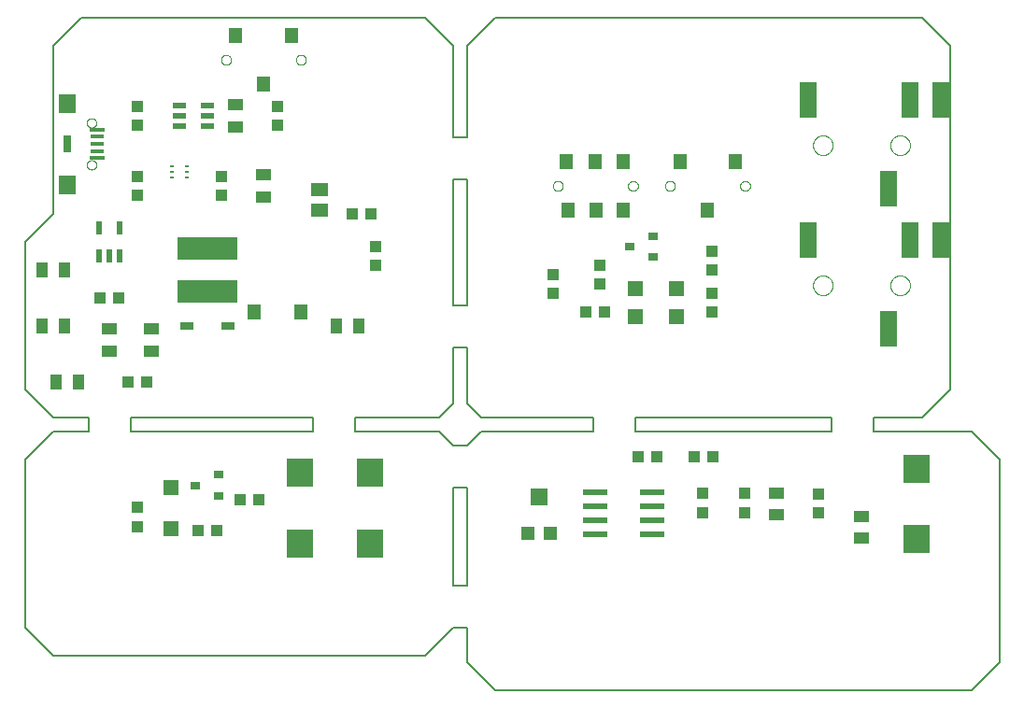
<source format=gtp>
G75*
%MOIN*%
%OFA0B0*%
%FSLAX25Y25*%
%IPPOS*%
%LPD*%
%AMOC8*
5,1,8,0,0,1.08239X$1,22.5*
%
%ADD10C,0.00600*%
%ADD11R,0.09449X0.10236*%
%ADD12R,0.05512X0.04331*%
%ADD13R,0.05512X0.05512*%
%ADD14R,0.04724X0.02756*%
%ADD15R,0.08661X0.02362*%
%ADD16R,0.04724X0.05512*%
%ADD17C,0.00000*%
%ADD18R,0.03543X0.03150*%
%ADD19R,0.04331X0.03937*%
%ADD20R,0.03937X0.04331*%
%ADD21R,0.05906X0.05118*%
%ADD22R,0.05906X0.06299*%
%ADD23R,0.04724X0.04724*%
%ADD24R,0.06000X0.12500*%
%ADD25R,0.05000X0.05787*%
%ADD26R,0.21654X0.08465*%
%ADD27R,0.05709X0.01575*%
%ADD28R,0.05906X0.07087*%
%ADD29R,0.02756X0.05906*%
%ADD30R,0.04921X0.01181*%
%ADD31R,0.04724X0.02165*%
%ADD32R,0.01575X0.00984*%
%ADD33R,0.04331X0.05512*%
%ADD34R,0.02165X0.04724*%
D10*
X0018800Y0024459D02*
X0008800Y0034459D01*
X0008800Y0094459D01*
X0018800Y0104459D01*
X0031300Y0104459D01*
X0031300Y0109459D01*
X0018800Y0109459D01*
X0008800Y0119459D01*
X0008800Y0171959D01*
X0018800Y0181959D01*
X0018800Y0241959D01*
X0028800Y0251959D01*
X0151300Y0251959D01*
X0161300Y0241959D01*
X0161300Y0209459D01*
X0166300Y0209459D01*
X0166300Y0241959D01*
X0176300Y0251959D01*
X0328800Y0251959D01*
X0338800Y0241959D01*
X0338800Y0119459D01*
X0328800Y0109459D01*
X0311300Y0109459D01*
X0311300Y0104459D01*
X0346300Y0104459D01*
X0356300Y0094459D01*
X0356300Y0021959D01*
X0346300Y0011959D01*
X0176300Y0011959D01*
X0166300Y0021959D01*
X0166300Y0034459D01*
X0161300Y0034459D01*
X0151300Y0024459D01*
X0018800Y0024459D01*
X0046300Y0104459D02*
X0111300Y0104459D01*
X0111300Y0109459D01*
X0046300Y0109459D01*
X0046300Y0104459D01*
X0126300Y0104459D02*
X0156300Y0104459D01*
X0161300Y0099459D01*
X0166300Y0099459D01*
X0171300Y0104459D01*
X0211300Y0104459D01*
X0211300Y0109459D01*
X0171300Y0109459D01*
X0166300Y0114459D01*
X0166300Y0134459D01*
X0161300Y0134459D01*
X0161300Y0114459D01*
X0156300Y0109459D01*
X0126300Y0109459D01*
X0126300Y0104459D01*
X0161300Y0084459D02*
X0161300Y0049459D01*
X0166300Y0049459D01*
X0166300Y0084459D01*
X0161300Y0084459D01*
X0226300Y0104459D02*
X0296300Y0104459D01*
X0296300Y0109459D01*
X0226300Y0109459D01*
X0226300Y0104459D01*
X0166300Y0149459D02*
X0161300Y0149459D01*
X0161300Y0194459D01*
X0166300Y0194459D01*
X0166300Y0149459D01*
D11*
X0131950Y0089557D03*
X0106950Y0089557D03*
X0106950Y0064360D03*
X0131950Y0064360D03*
X0326950Y0065935D03*
X0326950Y0091132D03*
D12*
X0307225Y0074045D03*
X0307225Y0066171D03*
X0276950Y0074596D03*
X0276950Y0082470D03*
X0093800Y0188022D03*
X0093800Y0195896D03*
X0083800Y0213022D03*
X0083800Y0220896D03*
X0053800Y0140896D03*
X0053800Y0133022D03*
X0038800Y0133022D03*
X0038800Y0140896D03*
D13*
X0060650Y0084439D03*
X0060650Y0069478D03*
X0226320Y0145384D03*
X0226320Y0155384D03*
X0241280Y0155384D03*
X0241280Y0145384D03*
D14*
X0081083Y0141959D03*
X0066517Y0141959D03*
D15*
X0211989Y0082608D03*
X0211989Y0077608D03*
X0211989Y0072608D03*
X0211989Y0067608D03*
X0232461Y0067608D03*
X0232461Y0072608D03*
X0232461Y0077608D03*
X0232461Y0082608D03*
D16*
X0222068Y0183297D03*
X0212422Y0183415D03*
X0202383Y0183297D03*
X0201871Y0200620D03*
X0212225Y0200620D03*
X0222107Y0200620D03*
X0242383Y0200620D03*
X0262068Y0200620D03*
X0252225Y0183297D03*
X0103643Y0245620D03*
X0083957Y0245620D03*
X0093800Y0228297D03*
D17*
X0078642Y0236959D02*
X0078644Y0237043D01*
X0078650Y0237126D01*
X0078660Y0237209D01*
X0078674Y0237292D01*
X0078691Y0237374D01*
X0078713Y0237455D01*
X0078738Y0237534D01*
X0078767Y0237613D01*
X0078800Y0237690D01*
X0078836Y0237765D01*
X0078876Y0237839D01*
X0078919Y0237911D01*
X0078966Y0237980D01*
X0079016Y0238047D01*
X0079069Y0238112D01*
X0079125Y0238174D01*
X0079183Y0238234D01*
X0079245Y0238291D01*
X0079309Y0238344D01*
X0079376Y0238395D01*
X0079445Y0238442D01*
X0079516Y0238487D01*
X0079589Y0238527D01*
X0079664Y0238564D01*
X0079741Y0238598D01*
X0079819Y0238628D01*
X0079898Y0238654D01*
X0079979Y0238677D01*
X0080061Y0238695D01*
X0080143Y0238710D01*
X0080226Y0238721D01*
X0080309Y0238728D01*
X0080393Y0238731D01*
X0080477Y0238730D01*
X0080560Y0238725D01*
X0080644Y0238716D01*
X0080726Y0238703D01*
X0080808Y0238687D01*
X0080889Y0238666D01*
X0080970Y0238642D01*
X0081048Y0238614D01*
X0081126Y0238582D01*
X0081202Y0238546D01*
X0081276Y0238507D01*
X0081348Y0238465D01*
X0081418Y0238419D01*
X0081486Y0238370D01*
X0081551Y0238318D01*
X0081614Y0238263D01*
X0081674Y0238205D01*
X0081732Y0238144D01*
X0081786Y0238080D01*
X0081838Y0238014D01*
X0081886Y0237946D01*
X0081931Y0237875D01*
X0081972Y0237802D01*
X0082011Y0237728D01*
X0082045Y0237652D01*
X0082076Y0237574D01*
X0082103Y0237495D01*
X0082127Y0237414D01*
X0082146Y0237333D01*
X0082162Y0237251D01*
X0082174Y0237168D01*
X0082182Y0237084D01*
X0082186Y0237001D01*
X0082186Y0236917D01*
X0082182Y0236834D01*
X0082174Y0236750D01*
X0082162Y0236667D01*
X0082146Y0236585D01*
X0082127Y0236504D01*
X0082103Y0236423D01*
X0082076Y0236344D01*
X0082045Y0236266D01*
X0082011Y0236190D01*
X0081972Y0236116D01*
X0081931Y0236043D01*
X0081886Y0235972D01*
X0081838Y0235904D01*
X0081786Y0235838D01*
X0081732Y0235774D01*
X0081674Y0235713D01*
X0081614Y0235655D01*
X0081551Y0235600D01*
X0081486Y0235548D01*
X0081418Y0235499D01*
X0081348Y0235453D01*
X0081276Y0235411D01*
X0081202Y0235372D01*
X0081126Y0235336D01*
X0081048Y0235304D01*
X0080970Y0235276D01*
X0080889Y0235252D01*
X0080808Y0235231D01*
X0080726Y0235215D01*
X0080644Y0235202D01*
X0080560Y0235193D01*
X0080477Y0235188D01*
X0080393Y0235187D01*
X0080309Y0235190D01*
X0080226Y0235197D01*
X0080143Y0235208D01*
X0080061Y0235223D01*
X0079979Y0235241D01*
X0079898Y0235264D01*
X0079819Y0235290D01*
X0079741Y0235320D01*
X0079664Y0235354D01*
X0079589Y0235391D01*
X0079516Y0235431D01*
X0079445Y0235476D01*
X0079376Y0235523D01*
X0079309Y0235574D01*
X0079245Y0235627D01*
X0079183Y0235684D01*
X0079125Y0235744D01*
X0079069Y0235806D01*
X0079016Y0235871D01*
X0078966Y0235938D01*
X0078919Y0236007D01*
X0078876Y0236079D01*
X0078836Y0236153D01*
X0078800Y0236228D01*
X0078767Y0236305D01*
X0078738Y0236384D01*
X0078713Y0236463D01*
X0078691Y0236544D01*
X0078674Y0236626D01*
X0078660Y0236709D01*
X0078650Y0236792D01*
X0078644Y0236875D01*
X0078642Y0236959D01*
X0105414Y0236959D02*
X0105416Y0237043D01*
X0105422Y0237126D01*
X0105432Y0237209D01*
X0105446Y0237292D01*
X0105463Y0237374D01*
X0105485Y0237455D01*
X0105510Y0237534D01*
X0105539Y0237613D01*
X0105572Y0237690D01*
X0105608Y0237765D01*
X0105648Y0237839D01*
X0105691Y0237911D01*
X0105738Y0237980D01*
X0105788Y0238047D01*
X0105841Y0238112D01*
X0105897Y0238174D01*
X0105955Y0238234D01*
X0106017Y0238291D01*
X0106081Y0238344D01*
X0106148Y0238395D01*
X0106217Y0238442D01*
X0106288Y0238487D01*
X0106361Y0238527D01*
X0106436Y0238564D01*
X0106513Y0238598D01*
X0106591Y0238628D01*
X0106670Y0238654D01*
X0106751Y0238677D01*
X0106833Y0238695D01*
X0106915Y0238710D01*
X0106998Y0238721D01*
X0107081Y0238728D01*
X0107165Y0238731D01*
X0107249Y0238730D01*
X0107332Y0238725D01*
X0107416Y0238716D01*
X0107498Y0238703D01*
X0107580Y0238687D01*
X0107661Y0238666D01*
X0107742Y0238642D01*
X0107820Y0238614D01*
X0107898Y0238582D01*
X0107974Y0238546D01*
X0108048Y0238507D01*
X0108120Y0238465D01*
X0108190Y0238419D01*
X0108258Y0238370D01*
X0108323Y0238318D01*
X0108386Y0238263D01*
X0108446Y0238205D01*
X0108504Y0238144D01*
X0108558Y0238080D01*
X0108610Y0238014D01*
X0108658Y0237946D01*
X0108703Y0237875D01*
X0108744Y0237802D01*
X0108783Y0237728D01*
X0108817Y0237652D01*
X0108848Y0237574D01*
X0108875Y0237495D01*
X0108899Y0237414D01*
X0108918Y0237333D01*
X0108934Y0237251D01*
X0108946Y0237168D01*
X0108954Y0237084D01*
X0108958Y0237001D01*
X0108958Y0236917D01*
X0108954Y0236834D01*
X0108946Y0236750D01*
X0108934Y0236667D01*
X0108918Y0236585D01*
X0108899Y0236504D01*
X0108875Y0236423D01*
X0108848Y0236344D01*
X0108817Y0236266D01*
X0108783Y0236190D01*
X0108744Y0236116D01*
X0108703Y0236043D01*
X0108658Y0235972D01*
X0108610Y0235904D01*
X0108558Y0235838D01*
X0108504Y0235774D01*
X0108446Y0235713D01*
X0108386Y0235655D01*
X0108323Y0235600D01*
X0108258Y0235548D01*
X0108190Y0235499D01*
X0108120Y0235453D01*
X0108048Y0235411D01*
X0107974Y0235372D01*
X0107898Y0235336D01*
X0107820Y0235304D01*
X0107742Y0235276D01*
X0107661Y0235252D01*
X0107580Y0235231D01*
X0107498Y0235215D01*
X0107416Y0235202D01*
X0107332Y0235193D01*
X0107249Y0235188D01*
X0107165Y0235187D01*
X0107081Y0235190D01*
X0106998Y0235197D01*
X0106915Y0235208D01*
X0106833Y0235223D01*
X0106751Y0235241D01*
X0106670Y0235264D01*
X0106591Y0235290D01*
X0106513Y0235320D01*
X0106436Y0235354D01*
X0106361Y0235391D01*
X0106288Y0235431D01*
X0106217Y0235476D01*
X0106148Y0235523D01*
X0106081Y0235574D01*
X0106017Y0235627D01*
X0105955Y0235684D01*
X0105897Y0235744D01*
X0105841Y0235806D01*
X0105788Y0235871D01*
X0105738Y0235938D01*
X0105691Y0236007D01*
X0105648Y0236079D01*
X0105608Y0236153D01*
X0105572Y0236228D01*
X0105539Y0236305D01*
X0105510Y0236384D01*
X0105485Y0236463D01*
X0105463Y0236544D01*
X0105446Y0236626D01*
X0105432Y0236709D01*
X0105422Y0236792D01*
X0105416Y0236875D01*
X0105414Y0236959D01*
X0030788Y0214439D02*
X0030790Y0214520D01*
X0030796Y0214602D01*
X0030806Y0214683D01*
X0030820Y0214763D01*
X0030837Y0214842D01*
X0030859Y0214921D01*
X0030884Y0214998D01*
X0030913Y0215075D01*
X0030946Y0215149D01*
X0030983Y0215222D01*
X0031022Y0215293D01*
X0031066Y0215362D01*
X0031112Y0215429D01*
X0031162Y0215493D01*
X0031215Y0215555D01*
X0031271Y0215615D01*
X0031329Y0215671D01*
X0031391Y0215725D01*
X0031455Y0215776D01*
X0031521Y0215823D01*
X0031589Y0215867D01*
X0031660Y0215908D01*
X0031732Y0215945D01*
X0031807Y0215979D01*
X0031882Y0216009D01*
X0031960Y0216035D01*
X0032038Y0216058D01*
X0032117Y0216076D01*
X0032197Y0216091D01*
X0032278Y0216102D01*
X0032359Y0216109D01*
X0032441Y0216112D01*
X0032522Y0216111D01*
X0032603Y0216106D01*
X0032684Y0216097D01*
X0032765Y0216084D01*
X0032845Y0216067D01*
X0032923Y0216047D01*
X0033001Y0216022D01*
X0033078Y0215994D01*
X0033153Y0215962D01*
X0033226Y0215927D01*
X0033297Y0215888D01*
X0033367Y0215845D01*
X0033434Y0215800D01*
X0033500Y0215751D01*
X0033562Y0215699D01*
X0033622Y0215643D01*
X0033679Y0215585D01*
X0033734Y0215525D01*
X0033785Y0215461D01*
X0033833Y0215396D01*
X0033878Y0215328D01*
X0033920Y0215258D01*
X0033958Y0215186D01*
X0033993Y0215112D01*
X0034024Y0215037D01*
X0034051Y0214960D01*
X0034074Y0214882D01*
X0034094Y0214803D01*
X0034110Y0214723D01*
X0034122Y0214642D01*
X0034130Y0214561D01*
X0034134Y0214480D01*
X0034134Y0214398D01*
X0034130Y0214317D01*
X0034122Y0214236D01*
X0034110Y0214155D01*
X0034094Y0214075D01*
X0034074Y0213996D01*
X0034051Y0213918D01*
X0034024Y0213841D01*
X0033993Y0213766D01*
X0033958Y0213692D01*
X0033920Y0213620D01*
X0033878Y0213550D01*
X0033833Y0213482D01*
X0033785Y0213417D01*
X0033734Y0213353D01*
X0033679Y0213293D01*
X0033622Y0213235D01*
X0033562Y0213179D01*
X0033500Y0213127D01*
X0033434Y0213078D01*
X0033367Y0213033D01*
X0033298Y0212990D01*
X0033226Y0212951D01*
X0033153Y0212916D01*
X0033078Y0212884D01*
X0033001Y0212856D01*
X0032923Y0212831D01*
X0032845Y0212811D01*
X0032765Y0212794D01*
X0032684Y0212781D01*
X0032603Y0212772D01*
X0032522Y0212767D01*
X0032441Y0212766D01*
X0032359Y0212769D01*
X0032278Y0212776D01*
X0032197Y0212787D01*
X0032117Y0212802D01*
X0032038Y0212820D01*
X0031960Y0212843D01*
X0031882Y0212869D01*
X0031807Y0212899D01*
X0031732Y0212933D01*
X0031660Y0212970D01*
X0031589Y0213011D01*
X0031521Y0213055D01*
X0031455Y0213102D01*
X0031391Y0213153D01*
X0031329Y0213207D01*
X0031271Y0213263D01*
X0031215Y0213323D01*
X0031162Y0213385D01*
X0031112Y0213449D01*
X0031066Y0213516D01*
X0031022Y0213585D01*
X0030983Y0213656D01*
X0030946Y0213729D01*
X0030913Y0213803D01*
X0030884Y0213880D01*
X0030859Y0213957D01*
X0030837Y0214036D01*
X0030820Y0214115D01*
X0030806Y0214195D01*
X0030796Y0214276D01*
X0030790Y0214358D01*
X0030788Y0214439D01*
X0030788Y0199478D02*
X0030790Y0199559D01*
X0030796Y0199641D01*
X0030806Y0199722D01*
X0030820Y0199802D01*
X0030837Y0199881D01*
X0030859Y0199960D01*
X0030884Y0200037D01*
X0030913Y0200114D01*
X0030946Y0200188D01*
X0030983Y0200261D01*
X0031022Y0200332D01*
X0031066Y0200401D01*
X0031112Y0200468D01*
X0031162Y0200532D01*
X0031215Y0200594D01*
X0031271Y0200654D01*
X0031329Y0200710D01*
X0031391Y0200764D01*
X0031455Y0200815D01*
X0031521Y0200862D01*
X0031589Y0200906D01*
X0031660Y0200947D01*
X0031732Y0200984D01*
X0031807Y0201018D01*
X0031882Y0201048D01*
X0031960Y0201074D01*
X0032038Y0201097D01*
X0032117Y0201115D01*
X0032197Y0201130D01*
X0032278Y0201141D01*
X0032359Y0201148D01*
X0032441Y0201151D01*
X0032522Y0201150D01*
X0032603Y0201145D01*
X0032684Y0201136D01*
X0032765Y0201123D01*
X0032845Y0201106D01*
X0032923Y0201086D01*
X0033001Y0201061D01*
X0033078Y0201033D01*
X0033153Y0201001D01*
X0033226Y0200966D01*
X0033297Y0200927D01*
X0033367Y0200884D01*
X0033434Y0200839D01*
X0033500Y0200790D01*
X0033562Y0200738D01*
X0033622Y0200682D01*
X0033679Y0200624D01*
X0033734Y0200564D01*
X0033785Y0200500D01*
X0033833Y0200435D01*
X0033878Y0200367D01*
X0033920Y0200297D01*
X0033958Y0200225D01*
X0033993Y0200151D01*
X0034024Y0200076D01*
X0034051Y0199999D01*
X0034074Y0199921D01*
X0034094Y0199842D01*
X0034110Y0199762D01*
X0034122Y0199681D01*
X0034130Y0199600D01*
X0034134Y0199519D01*
X0034134Y0199437D01*
X0034130Y0199356D01*
X0034122Y0199275D01*
X0034110Y0199194D01*
X0034094Y0199114D01*
X0034074Y0199035D01*
X0034051Y0198957D01*
X0034024Y0198880D01*
X0033993Y0198805D01*
X0033958Y0198731D01*
X0033920Y0198659D01*
X0033878Y0198589D01*
X0033833Y0198521D01*
X0033785Y0198456D01*
X0033734Y0198392D01*
X0033679Y0198332D01*
X0033622Y0198274D01*
X0033562Y0198218D01*
X0033500Y0198166D01*
X0033434Y0198117D01*
X0033367Y0198072D01*
X0033298Y0198029D01*
X0033226Y0197990D01*
X0033153Y0197955D01*
X0033078Y0197923D01*
X0033001Y0197895D01*
X0032923Y0197870D01*
X0032845Y0197850D01*
X0032765Y0197833D01*
X0032684Y0197820D01*
X0032603Y0197811D01*
X0032522Y0197806D01*
X0032441Y0197805D01*
X0032359Y0197808D01*
X0032278Y0197815D01*
X0032197Y0197826D01*
X0032117Y0197841D01*
X0032038Y0197859D01*
X0031960Y0197882D01*
X0031882Y0197908D01*
X0031807Y0197938D01*
X0031732Y0197972D01*
X0031660Y0198009D01*
X0031589Y0198050D01*
X0031521Y0198094D01*
X0031455Y0198141D01*
X0031391Y0198192D01*
X0031329Y0198246D01*
X0031271Y0198302D01*
X0031215Y0198362D01*
X0031162Y0198424D01*
X0031112Y0198488D01*
X0031066Y0198555D01*
X0031022Y0198624D01*
X0030983Y0198695D01*
X0030946Y0198768D01*
X0030913Y0198842D01*
X0030884Y0198919D01*
X0030859Y0198996D01*
X0030837Y0199075D01*
X0030820Y0199154D01*
X0030806Y0199234D01*
X0030796Y0199315D01*
X0030790Y0199397D01*
X0030788Y0199478D01*
X0197067Y0191959D02*
X0197069Y0192043D01*
X0197075Y0192126D01*
X0197085Y0192209D01*
X0197099Y0192292D01*
X0197116Y0192374D01*
X0197138Y0192455D01*
X0197163Y0192534D01*
X0197192Y0192613D01*
X0197225Y0192690D01*
X0197261Y0192765D01*
X0197301Y0192839D01*
X0197344Y0192911D01*
X0197391Y0192980D01*
X0197441Y0193047D01*
X0197494Y0193112D01*
X0197550Y0193174D01*
X0197608Y0193234D01*
X0197670Y0193291D01*
X0197734Y0193344D01*
X0197801Y0193395D01*
X0197870Y0193442D01*
X0197941Y0193487D01*
X0198014Y0193527D01*
X0198089Y0193564D01*
X0198166Y0193598D01*
X0198244Y0193628D01*
X0198323Y0193654D01*
X0198404Y0193677D01*
X0198486Y0193695D01*
X0198568Y0193710D01*
X0198651Y0193721D01*
X0198734Y0193728D01*
X0198818Y0193731D01*
X0198902Y0193730D01*
X0198985Y0193725D01*
X0199069Y0193716D01*
X0199151Y0193703D01*
X0199233Y0193687D01*
X0199314Y0193666D01*
X0199395Y0193642D01*
X0199473Y0193614D01*
X0199551Y0193582D01*
X0199627Y0193546D01*
X0199701Y0193507D01*
X0199773Y0193465D01*
X0199843Y0193419D01*
X0199911Y0193370D01*
X0199976Y0193318D01*
X0200039Y0193263D01*
X0200099Y0193205D01*
X0200157Y0193144D01*
X0200211Y0193080D01*
X0200263Y0193014D01*
X0200311Y0192946D01*
X0200356Y0192875D01*
X0200397Y0192802D01*
X0200436Y0192728D01*
X0200470Y0192652D01*
X0200501Y0192574D01*
X0200528Y0192495D01*
X0200552Y0192414D01*
X0200571Y0192333D01*
X0200587Y0192251D01*
X0200599Y0192168D01*
X0200607Y0192084D01*
X0200611Y0192001D01*
X0200611Y0191917D01*
X0200607Y0191834D01*
X0200599Y0191750D01*
X0200587Y0191667D01*
X0200571Y0191585D01*
X0200552Y0191504D01*
X0200528Y0191423D01*
X0200501Y0191344D01*
X0200470Y0191266D01*
X0200436Y0191190D01*
X0200397Y0191116D01*
X0200356Y0191043D01*
X0200311Y0190972D01*
X0200263Y0190904D01*
X0200211Y0190838D01*
X0200157Y0190774D01*
X0200099Y0190713D01*
X0200039Y0190655D01*
X0199976Y0190600D01*
X0199911Y0190548D01*
X0199843Y0190499D01*
X0199773Y0190453D01*
X0199701Y0190411D01*
X0199627Y0190372D01*
X0199551Y0190336D01*
X0199473Y0190304D01*
X0199395Y0190276D01*
X0199314Y0190252D01*
X0199233Y0190231D01*
X0199151Y0190215D01*
X0199069Y0190202D01*
X0198985Y0190193D01*
X0198902Y0190188D01*
X0198818Y0190187D01*
X0198734Y0190190D01*
X0198651Y0190197D01*
X0198568Y0190208D01*
X0198486Y0190223D01*
X0198404Y0190241D01*
X0198323Y0190264D01*
X0198244Y0190290D01*
X0198166Y0190320D01*
X0198089Y0190354D01*
X0198014Y0190391D01*
X0197941Y0190431D01*
X0197870Y0190476D01*
X0197801Y0190523D01*
X0197734Y0190574D01*
X0197670Y0190627D01*
X0197608Y0190684D01*
X0197550Y0190744D01*
X0197494Y0190806D01*
X0197441Y0190871D01*
X0197391Y0190938D01*
X0197344Y0191007D01*
X0197301Y0191079D01*
X0197261Y0191153D01*
X0197225Y0191228D01*
X0197192Y0191305D01*
X0197163Y0191384D01*
X0197138Y0191463D01*
X0197116Y0191544D01*
X0197099Y0191626D01*
X0197085Y0191709D01*
X0197075Y0191792D01*
X0197069Y0191875D01*
X0197067Y0191959D01*
X0223839Y0191959D02*
X0223841Y0192043D01*
X0223847Y0192126D01*
X0223857Y0192209D01*
X0223871Y0192292D01*
X0223888Y0192374D01*
X0223910Y0192455D01*
X0223935Y0192534D01*
X0223964Y0192613D01*
X0223997Y0192690D01*
X0224033Y0192765D01*
X0224073Y0192839D01*
X0224116Y0192911D01*
X0224163Y0192980D01*
X0224213Y0193047D01*
X0224266Y0193112D01*
X0224322Y0193174D01*
X0224380Y0193234D01*
X0224442Y0193291D01*
X0224506Y0193344D01*
X0224573Y0193395D01*
X0224642Y0193442D01*
X0224713Y0193487D01*
X0224786Y0193527D01*
X0224861Y0193564D01*
X0224938Y0193598D01*
X0225016Y0193628D01*
X0225095Y0193654D01*
X0225176Y0193677D01*
X0225258Y0193695D01*
X0225340Y0193710D01*
X0225423Y0193721D01*
X0225506Y0193728D01*
X0225590Y0193731D01*
X0225674Y0193730D01*
X0225757Y0193725D01*
X0225841Y0193716D01*
X0225923Y0193703D01*
X0226005Y0193687D01*
X0226086Y0193666D01*
X0226167Y0193642D01*
X0226245Y0193614D01*
X0226323Y0193582D01*
X0226399Y0193546D01*
X0226473Y0193507D01*
X0226545Y0193465D01*
X0226615Y0193419D01*
X0226683Y0193370D01*
X0226748Y0193318D01*
X0226811Y0193263D01*
X0226871Y0193205D01*
X0226929Y0193144D01*
X0226983Y0193080D01*
X0227035Y0193014D01*
X0227083Y0192946D01*
X0227128Y0192875D01*
X0227169Y0192802D01*
X0227208Y0192728D01*
X0227242Y0192652D01*
X0227273Y0192574D01*
X0227300Y0192495D01*
X0227324Y0192414D01*
X0227343Y0192333D01*
X0227359Y0192251D01*
X0227371Y0192168D01*
X0227379Y0192084D01*
X0227383Y0192001D01*
X0227383Y0191917D01*
X0227379Y0191834D01*
X0227371Y0191750D01*
X0227359Y0191667D01*
X0227343Y0191585D01*
X0227324Y0191504D01*
X0227300Y0191423D01*
X0227273Y0191344D01*
X0227242Y0191266D01*
X0227208Y0191190D01*
X0227169Y0191116D01*
X0227128Y0191043D01*
X0227083Y0190972D01*
X0227035Y0190904D01*
X0226983Y0190838D01*
X0226929Y0190774D01*
X0226871Y0190713D01*
X0226811Y0190655D01*
X0226748Y0190600D01*
X0226683Y0190548D01*
X0226615Y0190499D01*
X0226545Y0190453D01*
X0226473Y0190411D01*
X0226399Y0190372D01*
X0226323Y0190336D01*
X0226245Y0190304D01*
X0226167Y0190276D01*
X0226086Y0190252D01*
X0226005Y0190231D01*
X0225923Y0190215D01*
X0225841Y0190202D01*
X0225757Y0190193D01*
X0225674Y0190188D01*
X0225590Y0190187D01*
X0225506Y0190190D01*
X0225423Y0190197D01*
X0225340Y0190208D01*
X0225258Y0190223D01*
X0225176Y0190241D01*
X0225095Y0190264D01*
X0225016Y0190290D01*
X0224938Y0190320D01*
X0224861Y0190354D01*
X0224786Y0190391D01*
X0224713Y0190431D01*
X0224642Y0190476D01*
X0224573Y0190523D01*
X0224506Y0190574D01*
X0224442Y0190627D01*
X0224380Y0190684D01*
X0224322Y0190744D01*
X0224266Y0190806D01*
X0224213Y0190871D01*
X0224163Y0190938D01*
X0224116Y0191007D01*
X0224073Y0191079D01*
X0224033Y0191153D01*
X0223997Y0191228D01*
X0223964Y0191305D01*
X0223935Y0191384D01*
X0223910Y0191463D01*
X0223888Y0191544D01*
X0223871Y0191626D01*
X0223857Y0191709D01*
X0223847Y0191792D01*
X0223841Y0191875D01*
X0223839Y0191959D01*
X0237067Y0191959D02*
X0237069Y0192043D01*
X0237075Y0192126D01*
X0237085Y0192209D01*
X0237099Y0192292D01*
X0237116Y0192374D01*
X0237138Y0192455D01*
X0237163Y0192534D01*
X0237192Y0192613D01*
X0237225Y0192690D01*
X0237261Y0192765D01*
X0237301Y0192839D01*
X0237344Y0192911D01*
X0237391Y0192980D01*
X0237441Y0193047D01*
X0237494Y0193112D01*
X0237550Y0193174D01*
X0237608Y0193234D01*
X0237670Y0193291D01*
X0237734Y0193344D01*
X0237801Y0193395D01*
X0237870Y0193442D01*
X0237941Y0193487D01*
X0238014Y0193527D01*
X0238089Y0193564D01*
X0238166Y0193598D01*
X0238244Y0193628D01*
X0238323Y0193654D01*
X0238404Y0193677D01*
X0238486Y0193695D01*
X0238568Y0193710D01*
X0238651Y0193721D01*
X0238734Y0193728D01*
X0238818Y0193731D01*
X0238902Y0193730D01*
X0238985Y0193725D01*
X0239069Y0193716D01*
X0239151Y0193703D01*
X0239233Y0193687D01*
X0239314Y0193666D01*
X0239395Y0193642D01*
X0239473Y0193614D01*
X0239551Y0193582D01*
X0239627Y0193546D01*
X0239701Y0193507D01*
X0239773Y0193465D01*
X0239843Y0193419D01*
X0239911Y0193370D01*
X0239976Y0193318D01*
X0240039Y0193263D01*
X0240099Y0193205D01*
X0240157Y0193144D01*
X0240211Y0193080D01*
X0240263Y0193014D01*
X0240311Y0192946D01*
X0240356Y0192875D01*
X0240397Y0192802D01*
X0240436Y0192728D01*
X0240470Y0192652D01*
X0240501Y0192574D01*
X0240528Y0192495D01*
X0240552Y0192414D01*
X0240571Y0192333D01*
X0240587Y0192251D01*
X0240599Y0192168D01*
X0240607Y0192084D01*
X0240611Y0192001D01*
X0240611Y0191917D01*
X0240607Y0191834D01*
X0240599Y0191750D01*
X0240587Y0191667D01*
X0240571Y0191585D01*
X0240552Y0191504D01*
X0240528Y0191423D01*
X0240501Y0191344D01*
X0240470Y0191266D01*
X0240436Y0191190D01*
X0240397Y0191116D01*
X0240356Y0191043D01*
X0240311Y0190972D01*
X0240263Y0190904D01*
X0240211Y0190838D01*
X0240157Y0190774D01*
X0240099Y0190713D01*
X0240039Y0190655D01*
X0239976Y0190600D01*
X0239911Y0190548D01*
X0239843Y0190499D01*
X0239773Y0190453D01*
X0239701Y0190411D01*
X0239627Y0190372D01*
X0239551Y0190336D01*
X0239473Y0190304D01*
X0239395Y0190276D01*
X0239314Y0190252D01*
X0239233Y0190231D01*
X0239151Y0190215D01*
X0239069Y0190202D01*
X0238985Y0190193D01*
X0238902Y0190188D01*
X0238818Y0190187D01*
X0238734Y0190190D01*
X0238651Y0190197D01*
X0238568Y0190208D01*
X0238486Y0190223D01*
X0238404Y0190241D01*
X0238323Y0190264D01*
X0238244Y0190290D01*
X0238166Y0190320D01*
X0238089Y0190354D01*
X0238014Y0190391D01*
X0237941Y0190431D01*
X0237870Y0190476D01*
X0237801Y0190523D01*
X0237734Y0190574D01*
X0237670Y0190627D01*
X0237608Y0190684D01*
X0237550Y0190744D01*
X0237494Y0190806D01*
X0237441Y0190871D01*
X0237391Y0190938D01*
X0237344Y0191007D01*
X0237301Y0191079D01*
X0237261Y0191153D01*
X0237225Y0191228D01*
X0237192Y0191305D01*
X0237163Y0191384D01*
X0237138Y0191463D01*
X0237116Y0191544D01*
X0237099Y0191626D01*
X0237085Y0191709D01*
X0237075Y0191792D01*
X0237069Y0191875D01*
X0237067Y0191959D01*
X0263839Y0191959D02*
X0263841Y0192043D01*
X0263847Y0192126D01*
X0263857Y0192209D01*
X0263871Y0192292D01*
X0263888Y0192374D01*
X0263910Y0192455D01*
X0263935Y0192534D01*
X0263964Y0192613D01*
X0263997Y0192690D01*
X0264033Y0192765D01*
X0264073Y0192839D01*
X0264116Y0192911D01*
X0264163Y0192980D01*
X0264213Y0193047D01*
X0264266Y0193112D01*
X0264322Y0193174D01*
X0264380Y0193234D01*
X0264442Y0193291D01*
X0264506Y0193344D01*
X0264573Y0193395D01*
X0264642Y0193442D01*
X0264713Y0193487D01*
X0264786Y0193527D01*
X0264861Y0193564D01*
X0264938Y0193598D01*
X0265016Y0193628D01*
X0265095Y0193654D01*
X0265176Y0193677D01*
X0265258Y0193695D01*
X0265340Y0193710D01*
X0265423Y0193721D01*
X0265506Y0193728D01*
X0265590Y0193731D01*
X0265674Y0193730D01*
X0265757Y0193725D01*
X0265841Y0193716D01*
X0265923Y0193703D01*
X0266005Y0193687D01*
X0266086Y0193666D01*
X0266167Y0193642D01*
X0266245Y0193614D01*
X0266323Y0193582D01*
X0266399Y0193546D01*
X0266473Y0193507D01*
X0266545Y0193465D01*
X0266615Y0193419D01*
X0266683Y0193370D01*
X0266748Y0193318D01*
X0266811Y0193263D01*
X0266871Y0193205D01*
X0266929Y0193144D01*
X0266983Y0193080D01*
X0267035Y0193014D01*
X0267083Y0192946D01*
X0267128Y0192875D01*
X0267169Y0192802D01*
X0267208Y0192728D01*
X0267242Y0192652D01*
X0267273Y0192574D01*
X0267300Y0192495D01*
X0267324Y0192414D01*
X0267343Y0192333D01*
X0267359Y0192251D01*
X0267371Y0192168D01*
X0267379Y0192084D01*
X0267383Y0192001D01*
X0267383Y0191917D01*
X0267379Y0191834D01*
X0267371Y0191750D01*
X0267359Y0191667D01*
X0267343Y0191585D01*
X0267324Y0191504D01*
X0267300Y0191423D01*
X0267273Y0191344D01*
X0267242Y0191266D01*
X0267208Y0191190D01*
X0267169Y0191116D01*
X0267128Y0191043D01*
X0267083Y0190972D01*
X0267035Y0190904D01*
X0266983Y0190838D01*
X0266929Y0190774D01*
X0266871Y0190713D01*
X0266811Y0190655D01*
X0266748Y0190600D01*
X0266683Y0190548D01*
X0266615Y0190499D01*
X0266545Y0190453D01*
X0266473Y0190411D01*
X0266399Y0190372D01*
X0266323Y0190336D01*
X0266245Y0190304D01*
X0266167Y0190276D01*
X0266086Y0190252D01*
X0266005Y0190231D01*
X0265923Y0190215D01*
X0265841Y0190202D01*
X0265757Y0190193D01*
X0265674Y0190188D01*
X0265590Y0190187D01*
X0265506Y0190190D01*
X0265423Y0190197D01*
X0265340Y0190208D01*
X0265258Y0190223D01*
X0265176Y0190241D01*
X0265095Y0190264D01*
X0265016Y0190290D01*
X0264938Y0190320D01*
X0264861Y0190354D01*
X0264786Y0190391D01*
X0264713Y0190431D01*
X0264642Y0190476D01*
X0264573Y0190523D01*
X0264506Y0190574D01*
X0264442Y0190627D01*
X0264380Y0190684D01*
X0264322Y0190744D01*
X0264266Y0190806D01*
X0264213Y0190871D01*
X0264163Y0190938D01*
X0264116Y0191007D01*
X0264073Y0191079D01*
X0264033Y0191153D01*
X0263997Y0191228D01*
X0263964Y0191305D01*
X0263935Y0191384D01*
X0263910Y0191463D01*
X0263888Y0191544D01*
X0263871Y0191626D01*
X0263857Y0191709D01*
X0263847Y0191792D01*
X0263841Y0191875D01*
X0263839Y0191959D01*
X0289867Y0206486D02*
X0289869Y0206604D01*
X0289875Y0206722D01*
X0289885Y0206840D01*
X0289899Y0206957D01*
X0289917Y0207074D01*
X0289939Y0207191D01*
X0289964Y0207306D01*
X0289994Y0207420D01*
X0290028Y0207534D01*
X0290065Y0207646D01*
X0290106Y0207757D01*
X0290151Y0207866D01*
X0290199Y0207974D01*
X0290251Y0208080D01*
X0290307Y0208185D01*
X0290366Y0208287D01*
X0290428Y0208387D01*
X0290494Y0208485D01*
X0290563Y0208581D01*
X0290636Y0208675D01*
X0290711Y0208766D01*
X0290790Y0208854D01*
X0290871Y0208940D01*
X0290956Y0209023D01*
X0291043Y0209103D01*
X0291132Y0209180D01*
X0291225Y0209254D01*
X0291319Y0209324D01*
X0291416Y0209392D01*
X0291516Y0209456D01*
X0291617Y0209517D01*
X0291720Y0209574D01*
X0291826Y0209628D01*
X0291933Y0209679D01*
X0292041Y0209725D01*
X0292151Y0209768D01*
X0292263Y0209807D01*
X0292376Y0209843D01*
X0292490Y0209874D01*
X0292605Y0209902D01*
X0292720Y0209926D01*
X0292837Y0209946D01*
X0292954Y0209962D01*
X0293072Y0209974D01*
X0293190Y0209982D01*
X0293308Y0209986D01*
X0293426Y0209986D01*
X0293544Y0209982D01*
X0293662Y0209974D01*
X0293780Y0209962D01*
X0293897Y0209946D01*
X0294014Y0209926D01*
X0294129Y0209902D01*
X0294244Y0209874D01*
X0294358Y0209843D01*
X0294471Y0209807D01*
X0294583Y0209768D01*
X0294693Y0209725D01*
X0294801Y0209679D01*
X0294908Y0209628D01*
X0295014Y0209574D01*
X0295117Y0209517D01*
X0295218Y0209456D01*
X0295318Y0209392D01*
X0295415Y0209324D01*
X0295509Y0209254D01*
X0295602Y0209180D01*
X0295691Y0209103D01*
X0295778Y0209023D01*
X0295863Y0208940D01*
X0295944Y0208854D01*
X0296023Y0208766D01*
X0296098Y0208675D01*
X0296171Y0208581D01*
X0296240Y0208485D01*
X0296306Y0208387D01*
X0296368Y0208287D01*
X0296427Y0208185D01*
X0296483Y0208080D01*
X0296535Y0207974D01*
X0296583Y0207866D01*
X0296628Y0207757D01*
X0296669Y0207646D01*
X0296706Y0207534D01*
X0296740Y0207420D01*
X0296770Y0207306D01*
X0296795Y0207191D01*
X0296817Y0207074D01*
X0296835Y0206957D01*
X0296849Y0206840D01*
X0296859Y0206722D01*
X0296865Y0206604D01*
X0296867Y0206486D01*
X0296865Y0206368D01*
X0296859Y0206250D01*
X0296849Y0206132D01*
X0296835Y0206015D01*
X0296817Y0205898D01*
X0296795Y0205781D01*
X0296770Y0205666D01*
X0296740Y0205552D01*
X0296706Y0205438D01*
X0296669Y0205326D01*
X0296628Y0205215D01*
X0296583Y0205106D01*
X0296535Y0204998D01*
X0296483Y0204892D01*
X0296427Y0204787D01*
X0296368Y0204685D01*
X0296306Y0204585D01*
X0296240Y0204487D01*
X0296171Y0204391D01*
X0296098Y0204297D01*
X0296023Y0204206D01*
X0295944Y0204118D01*
X0295863Y0204032D01*
X0295778Y0203949D01*
X0295691Y0203869D01*
X0295602Y0203792D01*
X0295509Y0203718D01*
X0295415Y0203648D01*
X0295318Y0203580D01*
X0295218Y0203516D01*
X0295117Y0203455D01*
X0295014Y0203398D01*
X0294908Y0203344D01*
X0294801Y0203293D01*
X0294693Y0203247D01*
X0294583Y0203204D01*
X0294471Y0203165D01*
X0294358Y0203129D01*
X0294244Y0203098D01*
X0294129Y0203070D01*
X0294014Y0203046D01*
X0293897Y0203026D01*
X0293780Y0203010D01*
X0293662Y0202998D01*
X0293544Y0202990D01*
X0293426Y0202986D01*
X0293308Y0202986D01*
X0293190Y0202990D01*
X0293072Y0202998D01*
X0292954Y0203010D01*
X0292837Y0203026D01*
X0292720Y0203046D01*
X0292605Y0203070D01*
X0292490Y0203098D01*
X0292376Y0203129D01*
X0292263Y0203165D01*
X0292151Y0203204D01*
X0292041Y0203247D01*
X0291933Y0203293D01*
X0291826Y0203344D01*
X0291720Y0203398D01*
X0291617Y0203455D01*
X0291516Y0203516D01*
X0291416Y0203580D01*
X0291319Y0203648D01*
X0291225Y0203718D01*
X0291132Y0203792D01*
X0291043Y0203869D01*
X0290956Y0203949D01*
X0290871Y0204032D01*
X0290790Y0204118D01*
X0290711Y0204206D01*
X0290636Y0204297D01*
X0290563Y0204391D01*
X0290494Y0204487D01*
X0290428Y0204585D01*
X0290366Y0204685D01*
X0290307Y0204787D01*
X0290251Y0204892D01*
X0290199Y0204998D01*
X0290151Y0205106D01*
X0290106Y0205215D01*
X0290065Y0205326D01*
X0290028Y0205438D01*
X0289994Y0205552D01*
X0289964Y0205666D01*
X0289939Y0205781D01*
X0289917Y0205898D01*
X0289899Y0206015D01*
X0289885Y0206132D01*
X0289875Y0206250D01*
X0289869Y0206368D01*
X0289867Y0206486D01*
X0317426Y0206486D02*
X0317428Y0206604D01*
X0317434Y0206722D01*
X0317444Y0206840D01*
X0317458Y0206957D01*
X0317476Y0207074D01*
X0317498Y0207191D01*
X0317523Y0207306D01*
X0317553Y0207420D01*
X0317587Y0207534D01*
X0317624Y0207646D01*
X0317665Y0207757D01*
X0317710Y0207866D01*
X0317758Y0207974D01*
X0317810Y0208080D01*
X0317866Y0208185D01*
X0317925Y0208287D01*
X0317987Y0208387D01*
X0318053Y0208485D01*
X0318122Y0208581D01*
X0318195Y0208675D01*
X0318270Y0208766D01*
X0318349Y0208854D01*
X0318430Y0208940D01*
X0318515Y0209023D01*
X0318602Y0209103D01*
X0318691Y0209180D01*
X0318784Y0209254D01*
X0318878Y0209324D01*
X0318975Y0209392D01*
X0319075Y0209456D01*
X0319176Y0209517D01*
X0319279Y0209574D01*
X0319385Y0209628D01*
X0319492Y0209679D01*
X0319600Y0209725D01*
X0319710Y0209768D01*
X0319822Y0209807D01*
X0319935Y0209843D01*
X0320049Y0209874D01*
X0320164Y0209902D01*
X0320279Y0209926D01*
X0320396Y0209946D01*
X0320513Y0209962D01*
X0320631Y0209974D01*
X0320749Y0209982D01*
X0320867Y0209986D01*
X0320985Y0209986D01*
X0321103Y0209982D01*
X0321221Y0209974D01*
X0321339Y0209962D01*
X0321456Y0209946D01*
X0321573Y0209926D01*
X0321688Y0209902D01*
X0321803Y0209874D01*
X0321917Y0209843D01*
X0322030Y0209807D01*
X0322142Y0209768D01*
X0322252Y0209725D01*
X0322360Y0209679D01*
X0322467Y0209628D01*
X0322573Y0209574D01*
X0322676Y0209517D01*
X0322777Y0209456D01*
X0322877Y0209392D01*
X0322974Y0209324D01*
X0323068Y0209254D01*
X0323161Y0209180D01*
X0323250Y0209103D01*
X0323337Y0209023D01*
X0323422Y0208940D01*
X0323503Y0208854D01*
X0323582Y0208766D01*
X0323657Y0208675D01*
X0323730Y0208581D01*
X0323799Y0208485D01*
X0323865Y0208387D01*
X0323927Y0208287D01*
X0323986Y0208185D01*
X0324042Y0208080D01*
X0324094Y0207974D01*
X0324142Y0207866D01*
X0324187Y0207757D01*
X0324228Y0207646D01*
X0324265Y0207534D01*
X0324299Y0207420D01*
X0324329Y0207306D01*
X0324354Y0207191D01*
X0324376Y0207074D01*
X0324394Y0206957D01*
X0324408Y0206840D01*
X0324418Y0206722D01*
X0324424Y0206604D01*
X0324426Y0206486D01*
X0324424Y0206368D01*
X0324418Y0206250D01*
X0324408Y0206132D01*
X0324394Y0206015D01*
X0324376Y0205898D01*
X0324354Y0205781D01*
X0324329Y0205666D01*
X0324299Y0205552D01*
X0324265Y0205438D01*
X0324228Y0205326D01*
X0324187Y0205215D01*
X0324142Y0205106D01*
X0324094Y0204998D01*
X0324042Y0204892D01*
X0323986Y0204787D01*
X0323927Y0204685D01*
X0323865Y0204585D01*
X0323799Y0204487D01*
X0323730Y0204391D01*
X0323657Y0204297D01*
X0323582Y0204206D01*
X0323503Y0204118D01*
X0323422Y0204032D01*
X0323337Y0203949D01*
X0323250Y0203869D01*
X0323161Y0203792D01*
X0323068Y0203718D01*
X0322974Y0203648D01*
X0322877Y0203580D01*
X0322777Y0203516D01*
X0322676Y0203455D01*
X0322573Y0203398D01*
X0322467Y0203344D01*
X0322360Y0203293D01*
X0322252Y0203247D01*
X0322142Y0203204D01*
X0322030Y0203165D01*
X0321917Y0203129D01*
X0321803Y0203098D01*
X0321688Y0203070D01*
X0321573Y0203046D01*
X0321456Y0203026D01*
X0321339Y0203010D01*
X0321221Y0202998D01*
X0321103Y0202990D01*
X0320985Y0202986D01*
X0320867Y0202986D01*
X0320749Y0202990D01*
X0320631Y0202998D01*
X0320513Y0203010D01*
X0320396Y0203026D01*
X0320279Y0203046D01*
X0320164Y0203070D01*
X0320049Y0203098D01*
X0319935Y0203129D01*
X0319822Y0203165D01*
X0319710Y0203204D01*
X0319600Y0203247D01*
X0319492Y0203293D01*
X0319385Y0203344D01*
X0319279Y0203398D01*
X0319176Y0203455D01*
X0319075Y0203516D01*
X0318975Y0203580D01*
X0318878Y0203648D01*
X0318784Y0203718D01*
X0318691Y0203792D01*
X0318602Y0203869D01*
X0318515Y0203949D01*
X0318430Y0204032D01*
X0318349Y0204118D01*
X0318270Y0204206D01*
X0318195Y0204297D01*
X0318122Y0204391D01*
X0318053Y0204487D01*
X0317987Y0204585D01*
X0317925Y0204685D01*
X0317866Y0204787D01*
X0317810Y0204892D01*
X0317758Y0204998D01*
X0317710Y0205106D01*
X0317665Y0205215D01*
X0317624Y0205326D01*
X0317587Y0205438D01*
X0317553Y0205552D01*
X0317523Y0205666D01*
X0317498Y0205781D01*
X0317476Y0205898D01*
X0317458Y0206015D01*
X0317444Y0206132D01*
X0317434Y0206250D01*
X0317428Y0206368D01*
X0317426Y0206486D01*
X0317426Y0156486D02*
X0317428Y0156604D01*
X0317434Y0156722D01*
X0317444Y0156840D01*
X0317458Y0156957D01*
X0317476Y0157074D01*
X0317498Y0157191D01*
X0317523Y0157306D01*
X0317553Y0157420D01*
X0317587Y0157534D01*
X0317624Y0157646D01*
X0317665Y0157757D01*
X0317710Y0157866D01*
X0317758Y0157974D01*
X0317810Y0158080D01*
X0317866Y0158185D01*
X0317925Y0158287D01*
X0317987Y0158387D01*
X0318053Y0158485D01*
X0318122Y0158581D01*
X0318195Y0158675D01*
X0318270Y0158766D01*
X0318349Y0158854D01*
X0318430Y0158940D01*
X0318515Y0159023D01*
X0318602Y0159103D01*
X0318691Y0159180D01*
X0318784Y0159254D01*
X0318878Y0159324D01*
X0318975Y0159392D01*
X0319075Y0159456D01*
X0319176Y0159517D01*
X0319279Y0159574D01*
X0319385Y0159628D01*
X0319492Y0159679D01*
X0319600Y0159725D01*
X0319710Y0159768D01*
X0319822Y0159807D01*
X0319935Y0159843D01*
X0320049Y0159874D01*
X0320164Y0159902D01*
X0320279Y0159926D01*
X0320396Y0159946D01*
X0320513Y0159962D01*
X0320631Y0159974D01*
X0320749Y0159982D01*
X0320867Y0159986D01*
X0320985Y0159986D01*
X0321103Y0159982D01*
X0321221Y0159974D01*
X0321339Y0159962D01*
X0321456Y0159946D01*
X0321573Y0159926D01*
X0321688Y0159902D01*
X0321803Y0159874D01*
X0321917Y0159843D01*
X0322030Y0159807D01*
X0322142Y0159768D01*
X0322252Y0159725D01*
X0322360Y0159679D01*
X0322467Y0159628D01*
X0322573Y0159574D01*
X0322676Y0159517D01*
X0322777Y0159456D01*
X0322877Y0159392D01*
X0322974Y0159324D01*
X0323068Y0159254D01*
X0323161Y0159180D01*
X0323250Y0159103D01*
X0323337Y0159023D01*
X0323422Y0158940D01*
X0323503Y0158854D01*
X0323582Y0158766D01*
X0323657Y0158675D01*
X0323730Y0158581D01*
X0323799Y0158485D01*
X0323865Y0158387D01*
X0323927Y0158287D01*
X0323986Y0158185D01*
X0324042Y0158080D01*
X0324094Y0157974D01*
X0324142Y0157866D01*
X0324187Y0157757D01*
X0324228Y0157646D01*
X0324265Y0157534D01*
X0324299Y0157420D01*
X0324329Y0157306D01*
X0324354Y0157191D01*
X0324376Y0157074D01*
X0324394Y0156957D01*
X0324408Y0156840D01*
X0324418Y0156722D01*
X0324424Y0156604D01*
X0324426Y0156486D01*
X0324424Y0156368D01*
X0324418Y0156250D01*
X0324408Y0156132D01*
X0324394Y0156015D01*
X0324376Y0155898D01*
X0324354Y0155781D01*
X0324329Y0155666D01*
X0324299Y0155552D01*
X0324265Y0155438D01*
X0324228Y0155326D01*
X0324187Y0155215D01*
X0324142Y0155106D01*
X0324094Y0154998D01*
X0324042Y0154892D01*
X0323986Y0154787D01*
X0323927Y0154685D01*
X0323865Y0154585D01*
X0323799Y0154487D01*
X0323730Y0154391D01*
X0323657Y0154297D01*
X0323582Y0154206D01*
X0323503Y0154118D01*
X0323422Y0154032D01*
X0323337Y0153949D01*
X0323250Y0153869D01*
X0323161Y0153792D01*
X0323068Y0153718D01*
X0322974Y0153648D01*
X0322877Y0153580D01*
X0322777Y0153516D01*
X0322676Y0153455D01*
X0322573Y0153398D01*
X0322467Y0153344D01*
X0322360Y0153293D01*
X0322252Y0153247D01*
X0322142Y0153204D01*
X0322030Y0153165D01*
X0321917Y0153129D01*
X0321803Y0153098D01*
X0321688Y0153070D01*
X0321573Y0153046D01*
X0321456Y0153026D01*
X0321339Y0153010D01*
X0321221Y0152998D01*
X0321103Y0152990D01*
X0320985Y0152986D01*
X0320867Y0152986D01*
X0320749Y0152990D01*
X0320631Y0152998D01*
X0320513Y0153010D01*
X0320396Y0153026D01*
X0320279Y0153046D01*
X0320164Y0153070D01*
X0320049Y0153098D01*
X0319935Y0153129D01*
X0319822Y0153165D01*
X0319710Y0153204D01*
X0319600Y0153247D01*
X0319492Y0153293D01*
X0319385Y0153344D01*
X0319279Y0153398D01*
X0319176Y0153455D01*
X0319075Y0153516D01*
X0318975Y0153580D01*
X0318878Y0153648D01*
X0318784Y0153718D01*
X0318691Y0153792D01*
X0318602Y0153869D01*
X0318515Y0153949D01*
X0318430Y0154032D01*
X0318349Y0154118D01*
X0318270Y0154206D01*
X0318195Y0154297D01*
X0318122Y0154391D01*
X0318053Y0154487D01*
X0317987Y0154585D01*
X0317925Y0154685D01*
X0317866Y0154787D01*
X0317810Y0154892D01*
X0317758Y0154998D01*
X0317710Y0155106D01*
X0317665Y0155215D01*
X0317624Y0155326D01*
X0317587Y0155438D01*
X0317553Y0155552D01*
X0317523Y0155666D01*
X0317498Y0155781D01*
X0317476Y0155898D01*
X0317458Y0156015D01*
X0317444Y0156132D01*
X0317434Y0156250D01*
X0317428Y0156368D01*
X0317426Y0156486D01*
X0289867Y0156486D02*
X0289869Y0156604D01*
X0289875Y0156722D01*
X0289885Y0156840D01*
X0289899Y0156957D01*
X0289917Y0157074D01*
X0289939Y0157191D01*
X0289964Y0157306D01*
X0289994Y0157420D01*
X0290028Y0157534D01*
X0290065Y0157646D01*
X0290106Y0157757D01*
X0290151Y0157866D01*
X0290199Y0157974D01*
X0290251Y0158080D01*
X0290307Y0158185D01*
X0290366Y0158287D01*
X0290428Y0158387D01*
X0290494Y0158485D01*
X0290563Y0158581D01*
X0290636Y0158675D01*
X0290711Y0158766D01*
X0290790Y0158854D01*
X0290871Y0158940D01*
X0290956Y0159023D01*
X0291043Y0159103D01*
X0291132Y0159180D01*
X0291225Y0159254D01*
X0291319Y0159324D01*
X0291416Y0159392D01*
X0291516Y0159456D01*
X0291617Y0159517D01*
X0291720Y0159574D01*
X0291826Y0159628D01*
X0291933Y0159679D01*
X0292041Y0159725D01*
X0292151Y0159768D01*
X0292263Y0159807D01*
X0292376Y0159843D01*
X0292490Y0159874D01*
X0292605Y0159902D01*
X0292720Y0159926D01*
X0292837Y0159946D01*
X0292954Y0159962D01*
X0293072Y0159974D01*
X0293190Y0159982D01*
X0293308Y0159986D01*
X0293426Y0159986D01*
X0293544Y0159982D01*
X0293662Y0159974D01*
X0293780Y0159962D01*
X0293897Y0159946D01*
X0294014Y0159926D01*
X0294129Y0159902D01*
X0294244Y0159874D01*
X0294358Y0159843D01*
X0294471Y0159807D01*
X0294583Y0159768D01*
X0294693Y0159725D01*
X0294801Y0159679D01*
X0294908Y0159628D01*
X0295014Y0159574D01*
X0295117Y0159517D01*
X0295218Y0159456D01*
X0295318Y0159392D01*
X0295415Y0159324D01*
X0295509Y0159254D01*
X0295602Y0159180D01*
X0295691Y0159103D01*
X0295778Y0159023D01*
X0295863Y0158940D01*
X0295944Y0158854D01*
X0296023Y0158766D01*
X0296098Y0158675D01*
X0296171Y0158581D01*
X0296240Y0158485D01*
X0296306Y0158387D01*
X0296368Y0158287D01*
X0296427Y0158185D01*
X0296483Y0158080D01*
X0296535Y0157974D01*
X0296583Y0157866D01*
X0296628Y0157757D01*
X0296669Y0157646D01*
X0296706Y0157534D01*
X0296740Y0157420D01*
X0296770Y0157306D01*
X0296795Y0157191D01*
X0296817Y0157074D01*
X0296835Y0156957D01*
X0296849Y0156840D01*
X0296859Y0156722D01*
X0296865Y0156604D01*
X0296867Y0156486D01*
X0296865Y0156368D01*
X0296859Y0156250D01*
X0296849Y0156132D01*
X0296835Y0156015D01*
X0296817Y0155898D01*
X0296795Y0155781D01*
X0296770Y0155666D01*
X0296740Y0155552D01*
X0296706Y0155438D01*
X0296669Y0155326D01*
X0296628Y0155215D01*
X0296583Y0155106D01*
X0296535Y0154998D01*
X0296483Y0154892D01*
X0296427Y0154787D01*
X0296368Y0154685D01*
X0296306Y0154585D01*
X0296240Y0154487D01*
X0296171Y0154391D01*
X0296098Y0154297D01*
X0296023Y0154206D01*
X0295944Y0154118D01*
X0295863Y0154032D01*
X0295778Y0153949D01*
X0295691Y0153869D01*
X0295602Y0153792D01*
X0295509Y0153718D01*
X0295415Y0153648D01*
X0295318Y0153580D01*
X0295218Y0153516D01*
X0295117Y0153455D01*
X0295014Y0153398D01*
X0294908Y0153344D01*
X0294801Y0153293D01*
X0294693Y0153247D01*
X0294583Y0153204D01*
X0294471Y0153165D01*
X0294358Y0153129D01*
X0294244Y0153098D01*
X0294129Y0153070D01*
X0294014Y0153046D01*
X0293897Y0153026D01*
X0293780Y0153010D01*
X0293662Y0152998D01*
X0293544Y0152990D01*
X0293426Y0152986D01*
X0293308Y0152986D01*
X0293190Y0152990D01*
X0293072Y0152998D01*
X0292954Y0153010D01*
X0292837Y0153026D01*
X0292720Y0153046D01*
X0292605Y0153070D01*
X0292490Y0153098D01*
X0292376Y0153129D01*
X0292263Y0153165D01*
X0292151Y0153204D01*
X0292041Y0153247D01*
X0291933Y0153293D01*
X0291826Y0153344D01*
X0291720Y0153398D01*
X0291617Y0153455D01*
X0291516Y0153516D01*
X0291416Y0153580D01*
X0291319Y0153648D01*
X0291225Y0153718D01*
X0291132Y0153792D01*
X0291043Y0153869D01*
X0290956Y0153949D01*
X0290871Y0154032D01*
X0290790Y0154118D01*
X0290711Y0154206D01*
X0290636Y0154297D01*
X0290563Y0154391D01*
X0290494Y0154487D01*
X0290428Y0154585D01*
X0290366Y0154685D01*
X0290307Y0154787D01*
X0290251Y0154892D01*
X0290199Y0154998D01*
X0290151Y0155106D01*
X0290106Y0155215D01*
X0290065Y0155326D01*
X0290028Y0155438D01*
X0289994Y0155552D01*
X0289964Y0155666D01*
X0289939Y0155781D01*
X0289917Y0155898D01*
X0289899Y0156015D01*
X0289885Y0156132D01*
X0289875Y0156250D01*
X0289869Y0156368D01*
X0289867Y0156486D01*
D18*
X0232737Y0166644D03*
X0224469Y0170384D03*
X0232737Y0174124D03*
X0077737Y0088848D03*
X0077737Y0081368D03*
X0069469Y0085108D03*
D19*
X0048800Y0077156D03*
X0048800Y0070463D03*
X0133800Y0163612D03*
X0133800Y0170305D03*
X0078800Y0188612D03*
X0078800Y0195305D03*
X0098800Y0213612D03*
X0098800Y0220305D03*
X0048800Y0220305D03*
X0048800Y0213612D03*
X0048800Y0195305D03*
X0048800Y0188612D03*
X0197225Y0160305D03*
X0197225Y0153612D03*
X0213800Y0157037D03*
X0213800Y0163730D03*
X0253800Y0162037D03*
X0253800Y0168730D03*
X0253800Y0153730D03*
X0253800Y0147037D03*
X0250375Y0082156D03*
X0250375Y0075463D03*
X0265375Y0075463D03*
X0265375Y0082156D03*
X0291950Y0081880D03*
X0291950Y0075187D03*
D20*
X0253997Y0095384D03*
X0247304Y0095384D03*
X0233997Y0095384D03*
X0227304Y0095384D03*
X0215572Y0146959D03*
X0208879Y0146959D03*
X0132146Y0181959D03*
X0125454Y0181959D03*
X0042146Y0151959D03*
X0035454Y0151959D03*
X0045454Y0121959D03*
X0052146Y0121959D03*
X0085454Y0080108D03*
X0092146Y0080108D03*
X0077146Y0068809D03*
X0070454Y0068809D03*
D21*
X0113800Y0183219D03*
X0113800Y0190699D03*
D22*
X0192225Y0081014D03*
D23*
X0188288Y0067923D03*
X0196162Y0067923D03*
D24*
X0316816Y0141098D03*
X0324627Y0172709D03*
X0335549Y0172709D03*
X0316816Y0191098D03*
X0288060Y0172709D03*
X0288060Y0222709D03*
X0324627Y0222709D03*
X0335549Y0222709D03*
D25*
X0107265Y0146959D03*
X0090335Y0146959D03*
D26*
X0073800Y0154400D03*
X0073800Y0169518D03*
D27*
X0034528Y0201841D03*
X0034528Y0212077D03*
D28*
X0023800Y0221463D03*
X0023800Y0192455D03*
D29*
X0023800Y0206959D03*
D30*
X0034528Y0206959D03*
X0034528Y0209518D03*
X0034528Y0204400D03*
D31*
X0063681Y0213219D03*
X0063681Y0216959D03*
X0063681Y0220699D03*
X0073919Y0220699D03*
X0073919Y0216959D03*
X0073919Y0213219D03*
D32*
X0066457Y0198927D03*
X0066457Y0196959D03*
X0066457Y0194990D03*
X0061143Y0194990D03*
X0061143Y0196959D03*
X0061143Y0198927D03*
D33*
X0022737Y0161959D03*
X0014863Y0161959D03*
X0014863Y0141959D03*
X0022737Y0141959D03*
X0019863Y0121959D03*
X0027737Y0121959D03*
X0119863Y0141959D03*
X0127737Y0141959D03*
D34*
X0042540Y0166840D03*
X0038800Y0166840D03*
X0035060Y0166840D03*
X0035060Y0177077D03*
X0042540Y0177077D03*
M02*

</source>
